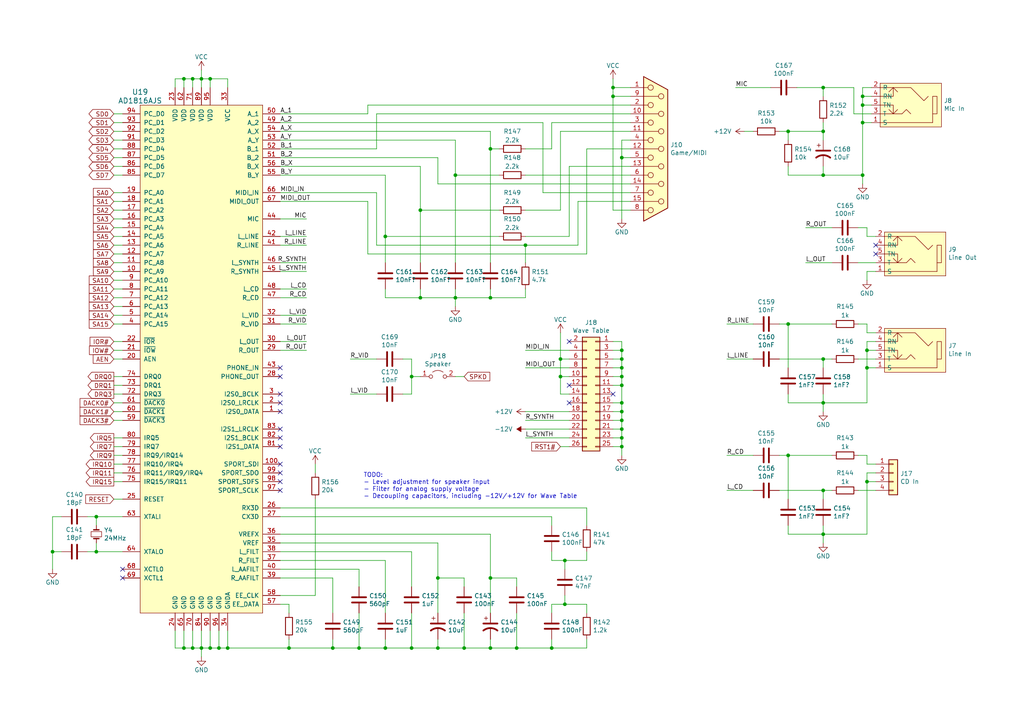
<source format=kicad_sch>
(kicad_sch (version 20211123) (generator eeschema)
  (paper "A4")
  (title_block (title "486 Sandy River Motherboard"))
  (lib_symbols
    (symbol "Connector:DB15_Female" (pin_names (offset 1.016) hide)
      (property "Reference" "J" (at 0.508 21.59 0))
      (property "Value" "DB15_Female" (at 0 -22.225 0))
      (symbol "DB15_Female_1_1"
        (pin passive line (at -7.62 17.78 0) (length 3.81) (name "1") (number "1"))
        (pin passive line (at -7.62 10.16 0) (length 3.81) (name "P10") (number "10"))
        (pin passive line (at -7.62 5.08 0) (length 3.81) (name "P111") (number "11"))
        (pin passive line (at -7.62 0 0) (length 3.81) (name "P12") (number "12"))
        (pin passive line (at -7.62 -5.08 0) (length 3.81) (name "P13") (number "13"))
        (pin passive line (at -7.62 -10.16 0) (length 3.81) (name "P14") (number "14"))
        (pin passive line (at -7.62 -15.24 0) (length 3.81) (name "P15") (number "15"))
        (pin passive line (at -7.62 12.7 0) (length 3.81) (name "2") (number "2"))
        (pin passive line (at -7.62 7.62 0) (length 3.81) (name "3") (number "3"))
        (pin passive line (at -7.62 2.54 0) (length 3.81) (name "4") (number "4"))
        (pin passive line (at -7.62 -2.54 0) (length 3.81) (name "5") (number "5"))
        (pin passive line (at -7.62 -7.62 0) (length 3.81) (name "6") (number "6"))
        (pin passive line (at -7.62 -12.7 0) (length 3.81) (name "7") (number "7"))
        (pin passive line (at -7.62 -17.78 0) (length 3.81) (name "8") (number "8"))
        (pin passive line (at -7.62 15.24 0) (length 3.81) (name "P9") (number "9"))
      )
    )
    (symbol "Connector_Generic:Conn_01x04" (pin_names (offset 1.016) hide)
      (property "Reference" "J" (at 0 5.08 0))
      (property "Value" "Conn_01x04" (at 0 -7.62 0))
      (symbol "Conn_01x04_1_1"
        (pin passive line (at -5.08 2.54 0) (length 3.81) (name "Pin_1") (number "1"))
        (pin passive line (at -5.08 0 0) (length 3.81) (name "Pin_2") (number "2"))
        (pin passive line (at -5.08 -2.54 0) (length 3.81) (name "Pin_3") (number "3"))
        (pin passive line (at -5.08 -5.08 0) (length 3.81) (name "Pin_4") (number "4"))
      )
    )
    (symbol "Connector_Generic:Conn_02x13_Odd_Even" (pin_names (offset 1.016) hide)
      (property "Reference" "J" (at 1.27 17.78 0))
      (property "Value" "Conn_02x13_Odd_Even" (at 1.27 -17.78 0))
      (symbol "Conn_02x13_Odd_Even_1_1"
        (pin passive line (at -5.08 15.24 0) (length 3.81) (name "Pin_1") (number "1"))
        (pin passive line (at 7.62 5.08 180) (length 3.81) (name "Pin_10") (number "10"))
        (pin passive line (at -5.08 2.54 0) (length 3.81) (name "Pin_11") (number "11"))
        (pin passive line (at 7.62 2.54 180) (length 3.81) (name "Pin_12") (number "12"))
        (pin passive line (at -5.08 0 0) (length 3.81) (name "Pin_13") (number "13"))
        (pin passive line (at 7.62 0 180) (length 3.81) (name "Pin_14") (number "14"))
        (pin passive line (at -5.08 -2.54 0) (length 3.81) (name "Pin_15") (number "15"))
        (pin passive line (at 7.62 -2.54 180) (length 3.81) (name "Pin_16") (number "16"))
        (pin passive line (at -5.08 -5.08 0) (length 3.81) (name "Pin_17") (number "17"))
        (pin passive line (at 7.62 -5.08 180) (length 3.81) (name "Pin_18") (number "18"))
        (pin passive line (at -5.08 -7.62 0) (length 3.81) (name "Pin_19") (number "19"))
        (pin passive line (at 7.62 15.24 180) (length 3.81) (name "Pin_2") (number "2"))
        (pin passive line (at 7.62 -7.62 180) (length 3.81) (name "Pin_20") (number "20"))
        (pin passive line (at -5.08 -10.16 0) (length 3.81) (name "Pin_21") (number "21"))
        (pin passive line (at 7.62 -10.16 180) (length 3.81) (name "Pin_22") (number "22"))
        (pin passive line (at -5.08 -12.7 0) (length 3.81) (name "Pin_23") (number "23"))
        (pin passive line (at 7.62 -12.7 180) (length 3.81) (name "Pin_24") (number "24"))
        (pin passive line (at -5.08 -15.24 0) (length 3.81) (name "Pin_25") (number "25"))
        (pin passive line (at 7.62 -15.24 180) (length 3.81) (name "Pin_26") (number "26"))
        (pin passive line (at -5.08 12.7 0) (length 3.81) (name "Pin_3") (number "3"))
        (pin passive line (at 7.62 12.7 180) (length 3.81) (name "Pin_4") (number "4"))
        (pin passive line (at -5.08 10.16 0) (length 3.81) (name "Pin_5") (number "5"))
        (pin passive line (at 7.62 10.16 180) (length 3.81) (name "Pin_6") (number "6"))
        (pin passive line (at -5.08 7.62 0) (length 3.81) (name "Pin_7") (number "7"))
        (pin passive line (at 7.62 7.62 180) (length 3.81) (name "Pin_8") (number "8"))
        (pin passive line (at -5.08 5.08 0) (length 3.81) (name "Pin_9") (number "9"))
      )
    )
    (symbol "Device:C" (pin_numbers hide) (pin_names (offset 0.254))
      (property "Reference" "C" (at 0.635 2.54 0))
      (property "Value" "C" (at 0.635 -2.54 0))
      (symbol "C_1_1"
        (pin passive line (at 0 3.81 270) (length 2.794) (name "~") (number "1"))
        (pin passive line (at 0 -3.81 90) (length 2.794) (name "~") (number "2"))
      )
    )
    (symbol "Device:CP1" (pin_numbers hide) (pin_names (offset 0.254) hide)
      (property "Reference" "C" (at 0.635 2.54 0))
      (property "Value" "Device_CP1" (at 0.635 -2.54 0))
      (symbol "CP1_1_1"
        (pin passive line (at 0 3.81 270) (length 2.794) (name "~") (number "1"))
        (pin passive line (at 0 -3.81 90) (length 3.302) (name "~") (number "2"))
      )
    )
    (symbol "Device:Crystal_Small" (pin_numbers hide) (pin_names (offset 1.016) hide)
      (property "Reference" "Y" (at 0 2.54 0))
      (property "Value" "Crystal_Small" (at 0 -2.54 0))
      (symbol "Crystal_Small_1_1"
        (pin passive line (at -2.54 0 0) (length 1.27) (name "1") (number "1"))
        (pin passive line (at 2.54 0 180) (length 1.27) (name "2") (number "2"))
      )
    )
    (symbol "Device:R" (pin_numbers hide) (pin_names (offset 0))
      (property "Reference" "R" (at 2.032 0 90))
      (property "Value" "R" (at 0 0 90))
      (symbol "R_1_1"
        (pin passive line (at 0 3.81 270) (length 1.27) (name "~") (number "1"))
        (pin passive line (at 0 -3.81 90) (length 1.27) (name "~") (number "2"))
      )
    )
    (symbol "Jumper:Jumper_2_Open" (pin_names (offset 0) hide)
      (property "Reference" "JP" (at 0 2.794 0))
      (property "Value" "Jumper_2_Open" (at 0 -2.286 0))
      (symbol "Jumper_2_Open_1_1"
        (pin passive line (at -5.08 0 0) (length 2.54) (name "A") (number "1"))
        (pin passive line (at 5.08 0 180) (length 2.54) (name "B") (number "2"))
      )
    )
    (symbol "my_components:AD1816AJS" (pin_names (offset 1.016))
      (property "Reference" "U" (at -17.78 54.61 0))
      (property "Value" "AD1816AJS" (at -17.78 52.07 0))
      (symbol "AD1816AJS_1_1"
        (pin input line (at 22.86 -38.1 180) (length 5.08) (name "I2S0_DATA") (number "1"))
        (pin input line (at -22.86 2.54 0) (length 5.08) (name "PC_A9") (number "10"))
        (pin input line (at 22.86 -53.34 180) (length 5.08) (name "SPORT_SDI") (number "100"))
        (pin input line (at -22.86 5.08 0) (length 5.08) (name "PC_A8") (number "11"))
        (pin input line (at -22.86 7.62 0) (length 5.08) (name "PC_A7") (number "12"))
        (pin input line (at -22.86 10.16 0) (length 5.08) (name "PC_A6") (number "13"))
        (pin input line (at -22.86 12.7 0) (length 5.08) (name "PC_A5") (number "14"))
        (pin input line (at -22.86 15.24 0) (length 5.08) (name "PC_A4") (number "15"))
        (pin input line (at -22.86 17.78 0) (length 5.08) (name "PC_A3") (number "16"))
        (pin input line (at -22.86 20.32 0) (length 5.08) (name "PC_A2") (number "17"))
        (pin input line (at -22.86 22.86 0) (length 5.08) (name "PC_A1") (number "18"))
        (pin input line (at -22.86 25.4 0) (length 5.08) (name "PC_A0") (number "19"))
        (pin input line (at 22.86 -35.56 180) (length 5.08) (name "I2S0_LRCLK") (number "2"))
        (pin input line (at -22.86 -22.86 0) (length 5.08) (name "AEN") (number "20"))
        (pin input line (at -22.86 -20.32 0) (length 5.08) (name "~{IOW}") (number "21"))
        (pin input line (at -22.86 -17.78 0) (length 5.08) (name "~{IOR}") (number "22"))
        (pin power_in line (at -7.62 55.88 270) (length 5.08) (name "VDD") (number "23"))
        (pin power_in line (at -7.62 -101.6 90) (length 5.08) (name "GND") (number "24"))
        (pin input line (at -22.86 -63.5 0) (length 5.08) (name "RESET") (number "25"))
        (pin output line (at 22.86 -66.04 180) (length 5.08) (name "RX3D") (number "26"))
        (pin input line (at 22.86 -68.58 180) (length 5.08) (name "CX3D") (number "27"))
        (pin output line (at 22.86 -27.94 180) (length 5.08) (name "PHONE_OUT") (number "28"))
        (pin output line (at 22.86 -20.32 180) (length 5.08) (name "R_OUT") (number "29"))
        (pin input line (at 22.86 -33.02 180) (length 5.08) (name "I2S0_BCLK") (number "3"))
        (pin output line (at 22.86 -17.78 180) (length 5.08) (name "L_OUT") (number "30"))
        (pin input line (at 22.86 -12.7 180) (length 5.08) (name "R_VID") (number "31"))
        (pin input line (at 22.86 -10.16 180) (length 5.08) (name "L_VID") (number "32"))
        (pin power_in line (at 7.62 55.88 270) (length 5.08) (name "VCC") (number "33"))
        (pin power_in line (at 7.62 -101.6 90) (length 5.08) (name "GNDA") (number "34"))
        (pin input line (at 22.86 -76.2 180) (length 5.08) (name "VREF") (number "35"))
        (pin output line (at 22.86 -73.66 180) (length 5.08) (name "VREFX") (number "36"))
        (pin input line (at 22.86 -81.28 180) (length 5.08) (name "R_FILT") (number "37"))
        (pin input line (at 22.86 -78.74 180) (length 5.08) (name "L_FILT") (number "38"))
        (pin input line (at 22.86 -86.36 180) (length 5.08) (name "R_AAFILT") (number "39"))
        (pin input line (at -22.86 -12.7 0) (length 5.08) (name "PC_A15") (number "4"))
        (pin input line (at 22.86 -83.82 180) (length 5.08) (name "L_AAFILT") (number "40"))
        (pin input line (at 22.86 10.16 180) (length 5.08) (name "R_LINE") (number "41"))
        (pin input line (at 22.86 12.7 180) (length 5.08) (name "L_LINE") (number "42"))
        (pin input line (at 22.86 -25.4 180) (length 5.08) (name "PHONE_IN") (number "43"))
        (pin input line (at 22.86 17.78 180) (length 5.08) (name "MIC") (number "44"))
        (pin input line (at 22.86 2.54 180) (length 5.08) (name "R_SYNTH") (number "45"))
        (pin input line (at 22.86 5.08 180) (length 5.08) (name "L_SYNTH") (number "46"))
        (pin input line (at 22.86 -5.08 180) (length 5.08) (name "R_CD") (number "47"))
        (pin input line (at 22.86 -2.54 180) (length 5.08) (name "L_CD") (number "48"))
        (pin input line (at 22.86 45.72 180) (length 5.08) (name "A_2") (number "49"))
        (pin input line (at -22.86 -10.16 0) (length 5.08) (name "PC_A14") (number "5"))
        (pin input line (at 22.86 48.26 180) (length 5.08) (name "A_1") (number "50"))
        (pin input line (at 22.86 35.56 180) (length 5.08) (name "B_2") (number "51"))
        (pin input line (at 22.86 38.1 180) (length 5.08) (name "B_1") (number "52"))
        (pin input line (at 22.86 40.64 180) (length 5.08) (name "A_Y") (number "53"))
        (pin input line (at 22.86 43.18 180) (length 5.08) (name "A_X") (number "54"))
        (pin input line (at 22.86 30.48 180) (length 5.08) (name "B_Y") (number "55"))
        (pin input line (at 22.86 33.02 180) (length 5.08) (name "B_X") (number "56"))
        (pin bidirectional line (at 22.86 -93.98 180) (length 5.08) (name "EE_DATA") (number "57"))
        (pin output line (at 22.86 -91.44 180) (length 5.08) (name "EE_CLK") (number "58"))
        (pin input line (at -22.86 -40.64 0) (length 5.08) (name "~{DACK3}") (number "59"))
        (pin input line (at -22.86 -7.62 0) (length 5.08) (name "PC_A13") (number "6"))
        (pin input line (at -22.86 -38.1 0) (length 5.08) (name "~{DACK1}") (number "60"))
        (pin input line (at -22.86 -35.56 0) (length 5.08) (name "~{DACK0}") (number "61"))
        (pin power_in line (at -5.08 55.88 270) (length 5.08) (name "VDD") (number "62"))
        (pin input line (at -22.86 -68.58 0) (length 5.08) (name "XTALI") (number "63"))
        (pin output line (at -22.86 -78.74 0) (length 5.08) (name "XTALO") (number "64"))
        (pin power_in line (at -5.08 -101.6 90) (length 5.08) (name "GND") (number "65"))
        (pin input line (at 22.86 25.4 180) (length 5.08) (name "MIDI_IN") (number "66"))
        (pin output line (at 22.86 22.86 180) (length 5.08) (name "MIDI_OUT") (number "67"))
        (pin open_collector line (at -22.86 -83.82 0) (length 5.08) (name "XCTL0") (number "68"))
        (pin open_collector line (at -22.86 -86.36 0) (length 5.08) (name "XCTL1") (number "69"))
        (pin input line (at -22.86 -5.08 0) (length 5.08) (name "PC_A12") (number "7"))
        (pin power_in line (at -2.54 -101.6 90) (length 5.08) (name "GND") (number "70"))
        (pin power_in line (at -2.54 55.88 270) (length 5.08) (name "VDD") (number "71"))
        (pin open_collector line (at -22.86 -33.02 0) (length 5.08) (name "DRQ3") (number "72"))
        (pin open_collector line (at -22.86 -30.48 0) (length 5.08) (name "DRQ1") (number "73"))
        (pin open_collector line (at -22.86 -27.94 0) (length 5.08) (name "DRQ0") (number "74"))
        (pin open_collector line (at -22.86 -58.42 0) (length 5.08) (name "IRQ15/IRQ11") (number "75"))
        (pin open_collector line (at -22.86 -55.88 0) (length 5.08) (name "IRQ11/IRQ9/IRQ4") (number "76"))
        (pin open_collector line (at -22.86 -53.34 0) (length 5.08) (name "IRQ10/IRQ4") (number "77"))
        (pin open_collector line (at -22.86 -50.8 0) (length 5.08) (name "IRQ9/IRQ14") (number "78"))
        (pin open_collector line (at -22.86 -48.26 0) (length 5.08) (name "IRQ7") (number "79"))
        (pin input line (at -22.86 -2.54 0) (length 5.08) (name "PC_A11") (number "8"))
        (pin open_collector line (at -22.86 -45.72 0) (length 5.08) (name "IRQ5") (number "80"))
        (pin input line (at 22.86 -48.26 180) (length 5.08) (name "I2S1_DATA") (number "81"))
        (pin input line (at 22.86 -45.72 180) (length 5.08) (name "I2S1_BCLK") (number "82"))
        (pin input line (at 22.86 -43.18 180) (length 5.08) (name "I2S1_LRCLK") (number "83"))
        (pin power_in line (at 0 -101.6 90) (length 5.08) (name "GND") (number "84"))
        (pin tri_state line (at -22.86 30.48 0) (length 5.08) (name "PC_D7") (number "85"))
        (pin tri_state line (at -22.86 33.02 0) (length 5.08) (name "PC_D6") (number "86"))
        (pin tri_state line (at -22.86 35.56 0) (length 5.08) (name "PC_D5") (number "87"))
        (pin tri_state line (at -22.86 38.1 0) (length 5.08) (name "PC_D4") (number "88"))
        (pin power_in line (at 0 55.88 270) (length 5.08) (name "VDD") (number "89"))
        (pin input line (at -22.86 0 0) (length 5.08) (name "PC_A10") (number "9"))
        (pin power_in line (at 2.54 -101.6 90) (length 5.08) (name "GND") (number "90"))
        (pin tri_state line (at -22.86 40.64 0) (length 5.08) (name "PC_D3") (number "91"))
        (pin tri_state line (at -22.86 43.18 0) (length 5.08) (name "PC_D2") (number "92"))
        (pin tri_state line (at -22.86 45.72 0) (length 5.08) (name "PC_D1") (number "93"))
        (pin tri_state line (at -22.86 48.26 0) (length 5.08) (name "PC_D0") (number "94"))
        (pin power_in line (at 2.54 55.88 270) (length 5.08) (name "VDD") (number "95"))
        (pin power_in line (at 5.08 -101.6 90) (length 5.08) (name "GND") (number "96"))
        (pin output line (at 22.86 -60.96 180) (length 5.08) (name "SPORT_SCLK") (number "97"))
        (pin output line (at 22.86 -58.42 180) (length 5.08) (name "SPORT_SDFS") (number "98"))
        (pin output line (at 22.86 -55.88 180) (length 5.08) (name "SPORT_SDO") (number "99"))
      )
    )
    (symbol "my_components:JACK_TRS_5PINS" (pin_names (offset 0.762))
      (property "Reference" "P" (at 0 7.62 0))
      (property "Value" "JACK_TRS_5PINS" (at 0 -7.62 0))
      (symbol "JACK_TRS_5PINS_1_1"
        (pin passive line (at 11.43 -5.08 180) (length 2.54) (name "S") (number "1"))
        (pin passive line (at 11.43 5.08 180) (length 2.54) (name "R") (number "2"))
        (pin passive line (at 11.43 -2.54 180) (length 2.54) (name "T") (number "3"))
        (pin passive line (at 11.43 2.54 180) (length 2.54) (name "RN") (number "4"))
        (pin passive line (at 11.43 0 180) (length 2.54) (name "TN") (number "5"))
      )
    )
    (symbol "power:+12V" (power) (pin_names (offset 0))
      (property "Value" "+12V" (at 0 3.556 0))
      (symbol "+12V_1_1"
        (pin power_in line (at 0 0 90) (length 0) hide (name "+12V") (number "1"))
      )
    )
    (symbol "power:-12V" (power) (pin_names (offset 0))
      (property "Value" "-12V" (at 0 3.81 0))
      (symbol "-12V_0_0"
        (pin power_in line (at 0 0 90) (length 0) hide (name "-12V") (number "1"))
      )
    )
    (symbol "power:GND" (power) (pin_names (offset 0))
      (property "Value" "GND" (at 0 -3.81 0))
      (symbol "GND_1_1"
        (pin power_in line (at 0 0 270) (length 0) hide (name "GND") (number "1"))
      )
    )
    (symbol "power:VCC" (power) (pin_names (offset 0))
      (property "Value" "VCC" (at 0 3.81 0))
      (symbol "VCC_1_1"
        (pin power_in line (at 0 0 90) (length 0) hide (name "VCC") (number "1"))
      )
    )
  )
  (junction (at 83.82 187.96))
  (junction (at 55.88 22.86))
  (junction (at 111.76 187.96))
  (junction (at 27.94 160.02))
  (junction (at 142.24 86.36))
  (junction (at 238.76 38.1))
  (junction (at 251.46 106.68))
  (junction (at 63.5 187.96))
  (junction (at 55.88 187.96))
  (junction (at 15.24 160.02))
  (junction (at 180.34 119.38))
  (junction (at 177.8 25.4))
  (junction (at 163.83 175.26))
  (junction (at 180.34 121.92))
  (junction (at 180.34 104.14))
  (junction (at 238.76 154.94))
  (junction (at 180.34 116.84))
  (junction (at 238.76 116.84))
  (junction (at 53.34 187.96))
  (junction (at 104.14 187.96))
  (junction (at 58.42 22.86))
  (junction (at 162.56 104.14))
  (junction (at 111.76 68.58))
  (junction (at 121.92 86.36))
  (junction (at 142.24 167.64))
  (junction (at 96.52 187.96))
  (junction (at 66.04 187.96))
  (junction (at 58.42 187.96))
  (junction (at 27.94 149.86))
  (junction (at 142.24 43.18))
  (junction (at 251.46 139.7))
  (junction (at 127 187.96))
  (junction (at 250.19 50.8))
  (junction (at 177.8 27.94))
  (junction (at 60.96 187.96))
  (junction (at 228.6 132.08))
  (junction (at 60.96 22.86))
  (junction (at 160.02 187.96))
  (junction (at 238.76 25.4))
  (junction (at 180.34 124.46))
  (junction (at 251.46 101.6))
  (junction (at 163.83 162.56))
  (junction (at 180.34 127))
  (junction (at 149.86 187.96))
  (junction (at 134.62 187.96))
  (junction (at 180.34 101.6))
  (junction (at 142.24 187.96))
  (junction (at 121.92 60.96))
  (junction (at 162.56 109.22))
  (junction (at 119.38 109.22))
  (junction (at 180.34 109.22))
  (junction (at 238.76 104.14))
  (junction (at 180.34 111.76))
  (junction (at 180.34 45.72))
  (junction (at 132.08 50.8))
  (junction (at 180.34 129.54))
  (junction (at 250.19 30.48))
  (junction (at 238.76 142.24))
  (junction (at 250.19 35.56))
  (junction (at 238.76 50.8))
  (junction (at 127 167.64))
  (junction (at 250.19 27.94))
  (junction (at 228.6 93.98))
  (junction (at 119.38 187.96))
  (junction (at 53.34 22.86))
  (junction (at 180.34 106.68))
  (junction (at 132.08 86.36))
  (junction (at 152.4 71.12))
  (junction (at 228.6 38.1))
  (no_connect (at 165.1 99.06))
  (no_connect (at 81.28 119.38))
  (no_connect (at 165.1 116.84))
  (no_connect (at 35.56 165.1))
  (no_connect (at 254 73.66))
  (no_connect (at 81.28 142.24))
  (no_connect (at 35.56 167.64))
  (no_connect (at 81.28 114.3))
  (no_connect (at 254 71.12))
  (no_connect (at 81.28 106.68))
  (no_connect (at 165.1 111.76))
  (no_connect (at 81.28 116.84))
  (no_connect (at 81.28 137.16))
  (no_connect (at 81.28 134.62))
  (no_connect (at 81.28 139.7))
  (no_connect (at 177.8 114.3))
  (no_connect (at 81.28 129.54))
  (no_connect (at 81.28 124.46))
  (no_connect (at 81.28 109.22))
  (no_connect (at 81.28 127))
  (wire (pts (xy 160.02 160.02) (xy 160.02 162.56)))
  (wire (pts (xy 33.02 58.42) (xy 35.56 58.42)))
  (wire (pts (xy 142.24 86.36) (xy 152.4 86.36)))
  (wire (pts (xy 96.52 187.96) (xy 104.14 187.96)))
  (wire (pts (xy 238.76 116.84) (xy 238.76 119.38)))
  (wire (pts (xy 132.08 109.22) (xy 134.62 109.22)))
  (wire (pts (xy 160.02 187.96) (xy 149.86 187.96)))
  (wire (pts (xy 152.4 71.12) (xy 152.4 76.2)))
  (wire (pts (xy 111.76 50.8) (xy 111.76 68.58)))
  (wire (pts (xy 254 96.52) (xy 251.46 96.52)))
  (wire (pts (xy 170.18 43.18) (xy 182.88 43.18)))
  (wire (pts (xy 109.22 114.3) (xy 101.6 114.3)))
  (wire (pts (xy 55.88 22.86) (xy 58.42 22.86)))
  (wire (pts (xy 177.8 119.38) (xy 180.34 119.38)))
  (wire (pts (xy 180.34 45.72) (xy 180.34 63.5)))
  (wire (pts (xy 228.6 50.8) (xy 228.6 48.26)))
  (wire (pts (xy 111.76 86.36) (xy 121.92 86.36)))
  (wire (pts (xy 160.02 43.18) (xy 160.02 35.56)))
  (wire (pts (xy 238.76 48.26) (xy 238.76 50.8)))
  (wire (pts (xy 60.96 22.86) (xy 60.96 25.4)))
  (wire (pts (xy 81.28 149.86) (xy 160.02 149.86)))
  (wire (pts (xy 254 142.24) (xy 248.92 142.24)))
  (wire (pts (xy 81.28 35.56) (xy 157.48 35.56)))
  (wire (pts (xy 111.76 162.56) (xy 111.76 177.8)))
  (wire (pts (xy 254 101.6) (xy 251.46 101.6)))
  (wire (pts (xy 96.52 167.64) (xy 96.52 177.8)))
  (wire (pts (xy 33.02 33.02) (xy 35.56 33.02)))
  (wire (pts (xy 165.1 127) (xy 152.4 127)))
  (wire (pts (xy 170.18 175.26) (xy 170.18 177.8)))
  (wire (pts (xy 238.76 25.4) (xy 247.65 25.4)))
  (wire (pts (xy 250.19 30.48) (xy 250.19 27.94)))
  (wire (pts (xy 170.18 73.66) (xy 170.18 43.18)))
  (wire (pts (xy 251.46 66.04) (xy 248.92 66.04)))
  (wire (pts (xy 127 157.48) (xy 127 167.64)))
  (wire (pts (xy 104.14 165.1) (xy 104.14 170.18)))
  (wire (pts (xy 182.88 30.48) (xy 106.68 30.48)))
  (wire (pts (xy 27.94 160.02) (xy 27.94 157.48)))
  (wire (pts (xy 58.42 182.88) (xy 58.42 187.96)))
  (wire (pts (xy 254 139.7) (xy 251.46 139.7)))
  (wire (pts (xy 119.38 187.96) (xy 127 187.96)))
  (wire (pts (xy 81.28 165.1) (xy 104.14 165.1)))
  (wire (pts (xy 132.08 40.64) (xy 132.08 50.8)))
  (wire (pts (xy 177.8 27.94) (xy 177.8 60.96)))
  (wire (pts (xy 127 45.72) (xy 127 53.34)))
  (wire (pts (xy 162.56 96.52) (xy 162.56 104.14)))
  (wire (pts (xy 247.65 33.02) (xy 252.73 33.02)))
  (wire (pts (xy 33.02 144.78) (xy 35.56 144.78)))
  (wire (pts (xy 60.96 182.88) (xy 60.96 187.96)))
  (wire (pts (xy 109.22 104.14) (xy 101.6 104.14)))
  (wire (pts (xy 157.48 35.56) (xy 157.48 55.88)))
  (wire (pts (xy 251.46 96.52) (xy 251.46 93.98)))
  (wire (pts (xy 170.18 147.32) (xy 81.28 147.32)))
  (wire (pts (xy 60.96 22.86) (xy 66.04 22.86)))
  (wire (pts (xy 142.24 154.94) (xy 142.24 167.64)))
  (wire (pts (xy 25.4 149.86) (xy 27.94 149.86)))
  (wire (pts (xy 165.1 121.92) (xy 152.4 121.92)))
  (wire (pts (xy 121.92 48.26) (xy 121.92 60.96)))
  (wire (pts (xy 15.24 149.86) (xy 17.78 149.86)))
  (wire (pts (xy 149.86 187.96) (xy 149.86 177.8)))
  (wire (pts (xy 81.28 40.64) (xy 132.08 40.64)))
  (wire (pts (xy 81.28 63.5) (xy 88.9 63.5)))
  (wire (pts (xy 81.28 101.6) (xy 88.9 101.6)))
  (wire (pts (xy 228.6 93.98) (xy 241.3 93.98)))
  (wire (pts (xy 218.44 93.98) (xy 210.82 93.98)))
  (wire (pts (xy 25.4 160.02) (xy 27.94 160.02)))
  (wire (pts (xy 177.8 101.6) (xy 180.34 101.6)))
  (wire (pts (xy 142.24 43.18) (xy 142.24 76.2)))
  (wire (pts (xy 111.76 187.96) (xy 119.38 187.96)))
  (wire (pts (xy 33.02 81.28) (xy 35.56 81.28)))
  (wire (pts (xy 55.88 22.86) (xy 55.88 25.4)))
  (wire (pts (xy 27.94 149.86) (xy 27.94 152.4)))
  (wire (pts (xy 60.96 187.96) (xy 63.5 187.96)))
  (wire (pts (xy 163.83 162.56) (xy 170.18 162.56)))
  (wire (pts (xy 81.28 58.42) (xy 106.68 58.42)))
  (wire (pts (xy 132.08 50.8) (xy 144.78 50.8)))
  (wire (pts (xy 81.28 93.98) (xy 88.9 93.98)))
  (wire (pts (xy 33.02 78.74) (xy 35.56 78.74)))
  (wire (pts (xy 104.14 187.96) (xy 111.76 187.96)))
  (wire (pts (xy 142.24 187.96) (xy 149.86 187.96)))
  (wire (pts (xy 238.76 152.4) (xy 238.76 154.94)))
  (wire (pts (xy 27.94 160.02) (xy 35.56 160.02)))
  (wire (pts (xy 121.92 109.22) (xy 119.38 109.22)))
  (wire (pts (xy 228.6 132.08) (xy 241.3 132.08)))
  (wire (pts (xy 111.76 68.58) (xy 111.76 76.2)))
  (wire (pts (xy 33.02 121.92) (xy 35.56 121.92)))
  (wire (pts (xy 58.42 187.96) (xy 58.42 190.5)))
  (wire (pts (xy 109.22 33.02) (xy 182.88 33.02)))
  (wire (pts (xy 33.02 66.04) (xy 35.56 66.04)))
  (wire (pts (xy 149.86 167.64) (xy 149.86 170.18)))
  (wire (pts (xy 238.76 154.94) (xy 238.76 157.48)))
  (wire (pts (xy 254 76.2) (xy 248.92 76.2)))
  (wire (pts (xy 127 167.64) (xy 127 177.8)))
  (wire (pts (xy 180.34 111.76) (xy 180.34 116.84)))
  (wire (pts (xy 177.8 25.4) (xy 177.8 27.94)))
  (wire (pts (xy 177.8 104.14) (xy 180.34 104.14)))
  (wire (pts (xy 152.4 43.18) (xy 160.02 43.18)))
  (wire (pts (xy 177.8 129.54) (xy 180.34 129.54)))
  (wire (pts (xy 177.8 25.4) (xy 177.8 22.86)))
  (wire (pts (xy 127 187.96) (xy 134.62 187.96)))
  (wire (pts (xy 162.56 129.54) (xy 165.1 129.54)))
  (wire (pts (xy 182.88 25.4) (xy 177.8 25.4)))
  (wire (pts (xy 127 185.42) (xy 127 187.96)))
  (wire (pts (xy 33.02 50.8) (xy 35.56 50.8)))
  (wire (pts (xy 15.24 160.02) (xy 15.24 149.86)))
  (wire (pts (xy 33.02 86.36) (xy 35.56 86.36)))
  (wire (pts (xy 163.83 175.26) (xy 170.18 175.26)))
  (wire (pts (xy 33.02 73.66) (xy 35.56 73.66)))
  (wire (pts (xy 33.02 99.06) (xy 35.56 99.06)))
  (wire (pts (xy 33.02 109.22) (xy 35.56 109.22)))
  (wire (pts (xy 132.08 50.8) (xy 132.08 76.2)))
  (wire (pts (xy 251.46 106.68) (xy 251.46 116.84)))
  (wire (pts (xy 152.4 60.96) (xy 162.56 60.96)))
  (wire (pts (xy 180.34 121.92) (xy 180.34 124.46)))
  (wire (pts (xy 127 167.64) (xy 134.62 167.64)))
  (wire (pts (xy 167.64 58.42) (xy 167.64 71.12)))
  (wire (pts (xy 254 78.74) (xy 251.46 78.74)))
  (wire (pts (xy 177.8 60.96) (xy 182.88 60.96)))
  (wire (pts (xy 33.02 38.1) (xy 35.56 38.1)))
  (wire (pts (xy 121.92 83.82) (xy 121.92 86.36)))
  (wire (pts (xy 162.56 104.14) (xy 165.1 104.14)))
  (wire (pts (xy 63.5 182.88) (xy 63.5 187.96)))
  (wire (pts (xy 228.6 114.3) (xy 228.6 116.84)))
  (wire (pts (xy 83.82 185.42) (xy 83.82 187.96)))
  (wire (pts (xy 55.88 182.88) (xy 55.88 187.96)))
  (wire (pts (xy 83.82 175.26) (xy 83.82 177.8)))
  (wire (pts (xy 81.28 50.8) (xy 111.76 50.8)))
  (wire (pts (xy 33.02 119.38) (xy 35.56 119.38)))
  (wire (pts (xy 251.46 68.58) (xy 251.46 66.04)))
  (wire (pts (xy 160.02 175.26) (xy 163.83 175.26)))
  (wire (pts (xy 119.38 109.22) (xy 119.38 114.3)))
  (wire (pts (xy 33.02 68.58) (xy 35.56 68.58)))
  (wire (pts (xy 250.19 27.94) (xy 252.73 27.94)))
  (wire (pts (xy 111.76 185.42) (xy 111.76 187.96)))
  (wire (pts (xy 58.42 25.4) (xy 58.42 22.86)))
  (wire (pts (xy 119.38 160.02) (xy 119.38 170.18)))
  (wire (pts (xy 111.76 83.82) (xy 111.76 86.36)))
  (wire (pts (xy 111.76 68.58) (xy 144.78 68.58)))
  (wire (pts (xy 177.8 116.84) (xy 180.34 116.84)))
  (wire (pts (xy 58.42 22.86) (xy 60.96 22.86)))
  (wire (pts (xy 58.42 22.86) (xy 58.42 20.32)))
  (wire (pts (xy 83.82 187.96) (xy 66.04 187.96)))
  (wire (pts (xy 251.46 134.62) (xy 251.46 132.08)))
  (wire (pts (xy 170.18 187.96) (xy 170.18 185.42)))
  (wire (pts (xy 241.3 142.24) (xy 238.76 142.24)))
  (wire (pts (xy 160.02 185.42) (xy 160.02 187.96)))
  (wire (pts (xy 228.6 38.1) (xy 238.76 38.1)))
  (wire (pts (xy 81.28 172.72) (xy 91.44 172.72)))
  (wire (pts (xy 17.78 160.02) (xy 15.24 160.02)))
  (wire (pts (xy 81.28 83.82) (xy 88.9 83.82)))
  (wire (pts (xy 81.28 48.26) (xy 121.92 48.26)))
  (wire (pts (xy 180.34 129.54) (xy 180.34 132.08)))
  (wire (pts (xy 177.8 109.22) (xy 180.34 109.22)))
  (wire (pts (xy 81.28 55.88) (xy 109.22 55.88)))
  (wire (pts (xy 182.88 58.42) (xy 167.64 58.42)))
  (wire (pts (xy 250.19 25.4) (xy 252.73 25.4)))
  (wire (pts (xy 160.02 149.86) (xy 160.02 152.4)))
  (wire (pts (xy 238.76 116.84) (xy 251.46 116.84)))
  (wire (pts (xy 250.19 30.48) (xy 250.19 35.56)))
  (wire (pts (xy 165.1 68.58) (xy 165.1 48.26)))
  (wire (pts (xy 177.8 121.92) (xy 180.34 121.92)))
  (wire (pts (xy 254 99.06) (xy 251.46 99.06)))
  (wire (pts (xy 109.22 71.12) (xy 109.22 55.88)))
  (wire (pts (xy 228.6 93.98) (xy 228.6 106.68)))
  (wire (pts (xy 251.46 101.6) (xy 251.46 106.68)))
  (wire (pts (xy 250.19 27.94) (xy 250.19 25.4)))
  (wire (pts (xy 33.02 71.12) (xy 35.56 71.12)))
  (wire (pts (xy 33.02 139.7) (xy 35.56 139.7)))
  (wire (pts (xy 53.34 187.96) (xy 55.88 187.96)))
  (wire (pts (xy 15.24 160.02) (xy 15.24 165.1)))
  (wire (pts (xy 238.76 25.4) (xy 238.76 27.94)))
  (wire (pts (xy 238.76 114.3) (xy 238.76 116.84)))
  (wire (pts (xy 177.8 27.94) (xy 182.88 27.94)))
  (wire (pts (xy 238.76 35.56) (xy 238.76 38.1)))
  (wire (pts (xy 241.3 66.04) (xy 233.68 66.04)))
  (wire (pts (xy 96.52 187.96) (xy 83.82 187.96)))
  (wire (pts (xy 81.28 86.36) (xy 88.9 86.36)))
  (wire (pts (xy 180.34 124.46) (xy 180.34 127)))
  (wire (pts (xy 226.06 38.1) (xy 228.6 38.1)))
  (wire (pts (xy 165.1 106.68) (xy 152.4 106.68)))
  (wire (pts (xy 170.18 152.4) (xy 170.18 147.32)))
  (wire (pts (xy 165.1 119.38) (xy 152.4 119.38)))
  (wire (pts (xy 170.18 162.56) (xy 170.18 160.02)))
  (wire (pts (xy 180.34 106.68) (xy 180.34 109.22)))
  (wire (pts (xy 81.28 38.1) (xy 142.24 38.1)))
  (wire (pts (xy 33.02 43.18) (xy 35.56 43.18)))
  (wire (pts (xy 252.73 35.56) (xy 250.19 35.56)))
  (wire (pts (xy 33.02 111.76) (xy 35.56 111.76)))
  (wire (pts (xy 157.48 55.88) (xy 182.88 55.88)))
  (wire (pts (xy 160.02 162.56) (xy 163.83 162.56)))
  (wire (pts (xy 251.46 99.06) (xy 251.46 101.6)))
  (wire (pts (xy 165.1 101.6) (xy 152.4 101.6)))
  (wire (pts (xy 152.4 50.8) (xy 182.88 50.8)))
  (wire (pts (xy 152.4 86.36) (xy 152.4 83.82)))
  (wire (pts (xy 33.02 63.5) (xy 35.56 63.5)))
  (wire (pts (xy 81.28 45.72) (xy 127 45.72)))
  (wire (pts (xy 142.24 38.1) (xy 142.24 43.18)))
  (wire (pts (xy 238.76 38.1) (xy 238.76 40.64)))
  (wire (pts (xy 50.8 182.88) (xy 50.8 187.96)))
  (wire (pts (xy 218.44 132.08) (xy 210.82 132.08)))
  (wire (pts (xy 116.84 104.14) (xy 119.38 104.14)))
  (wire (pts (xy 251.46 78.74) (xy 251.46 81.28)))
  (wire (pts (xy 33.02 137.16) (xy 35.56 137.16)))
  (wire (pts (xy 33.02 55.88) (xy 35.56 55.88)))
  (wire (pts (xy 228.6 116.84) (xy 238.76 116.84)))
  (wire (pts (xy 134.62 187.96) (xy 134.62 177.8)))
  (wire (pts (xy 142.24 43.18) (xy 144.78 43.18)))
  (wire (pts (xy 160.02 177.8) (xy 160.02 175.26)))
  (wire (pts (xy 180.34 119.38) (xy 180.34 121.92)))
  (wire (pts (xy 218.44 104.14) (xy 210.82 104.14)))
  (wire (pts (xy 254 68.58) (xy 251.46 68.58)))
  (wire (pts (xy 162.56 60.96) (xy 162.56 38.1)))
  (wire (pts (xy 238.76 50.8) (xy 250.19 50.8)))
  (wire (pts (xy 132.08 86.36) (xy 142.24 86.36)))
  (wire (pts (xy 180.34 109.22) (xy 180.34 111.76)))
  (wire (pts (xy 163.83 175.26) (xy 163.83 172.72)))
  (wire (pts (xy 66.04 22.86) (xy 66.04 25.4)))
  (wire (pts (xy 162.56 109.22) (xy 165.1 109.22)))
  (wire (pts (xy 91.44 172.72) (xy 91.44 144.78)))
  (wire (pts (xy 81.28 167.64) (xy 96.52 167.64)))
  (wire (pts (xy 33.02 83.82) (xy 35.56 83.82)))
  (wire (pts (xy 132.08 86.36) (xy 132.08 88.9)))
  (wire (pts (xy 254 134.62) (xy 251.46 134.62)))
  (wire (pts (xy 247.65 25.4) (xy 247.65 33.02)))
  (wire (pts (xy 33.02 132.08) (xy 35.56 132.08)))
  (wire (pts (xy 106.68 73.66) (xy 170.18 73.66)))
  (wire (pts (xy 177.8 99.06) (xy 180.34 99.06)))
  (wire (pts (xy 152.4 71.12) (xy 109.22 71.12)))
  (wire (pts (xy 238.76 104.14) (xy 238.76 106.68)))
  (wire (pts (xy 165.1 124.46) (xy 152.4 124.46)))
  (wire (pts (xy 119.38 177.8) (xy 119.38 187.96)))
  (wire (pts (xy 226.06 93.98) (xy 228.6 93.98)))
  (wire (pts (xy 177.8 106.68) (xy 180.34 106.68)))
  (wire (pts (xy 228.6 40.64) (xy 228.6 38.1)))
  (wire (pts (xy 177.8 127) (xy 180.34 127)))
  (wire (pts (xy 254 104.14) (xy 248.92 104.14)))
  (wire (pts (xy 81.28 157.48) (xy 127 157.48)))
  (wire (pts (xy 33.02 129.54) (xy 35.56 129.54)))
  (wire (pts (xy 81.28 162.56) (xy 111.76 162.56)))
  (wire (pts (xy 218.44 142.24) (xy 210.82 142.24)))
  (wire (pts (xy 119.38 114.3) (xy 116.84 114.3)))
  (wire (pts (xy 248.92 93.98) (xy 251.46 93.98)))
  (wire (pts (xy 81.28 99.06) (xy 88.9 99.06)))
  (wire (pts (xy 81.28 91.44) (xy 88.9 91.44)))
  (wire (pts (xy 33.02 35.56) (xy 35.56 35.56)))
  (wire (pts (xy 33.02 116.84) (xy 35.56 116.84)))
  (wire (pts (xy 81.28 71.12) (xy 88.9 71.12)))
  (wire (pts (xy 180.34 127) (xy 180.34 129.54)))
  (wire (pts (xy 167.64 71.12) (xy 152.4 71.12)))
  (wire (pts (xy 182.88 45.72) (xy 180.34 45.72)))
  (wire (pts (xy 121.92 60.96) (xy 144.78 60.96)))
  (wire (pts (xy 33.02 104.14) (xy 35.56 104.14)))
  (wire (pts (xy 81.28 78.74) (xy 88.9 78.74)))
  (wire (pts (xy 162.56 38.1) (xy 182.88 38.1)))
  (wire (pts (xy 81.28 68.58) (xy 88.9 68.58)))
  (wire (pts (xy 251.46 137.16) (xy 251.46 139.7)))
  (wire (pts (xy 55.88 187.96) (xy 58.42 187.96)))
  (wire (pts (xy 180.34 101.6) (xy 180.34 104.14)))
  (wire (pts (xy 109.22 43.18) (xy 109.22 33.02)))
  (wire (pts (xy 142.24 185.42) (xy 142.24 187.96)))
  (wire (pts (xy 121.92 76.2) (xy 121.92 60.96)))
  (wire (pts (xy 238.76 142.24) (xy 226.06 142.24)))
  (wire (pts (xy 63.5 187.96) (xy 66.04 187.96)))
  (wire (pts (xy 33.02 48.26) (xy 35.56 48.26)))
  (wire (pts (xy 238.76 142.24) (xy 238.76 144.78)))
  (wire (pts (xy 228.6 152.4) (xy 228.6 154.94)))
  (wire (pts (xy 218.44 38.1) (xy 215.9 38.1)))
  (wire (pts (xy 91.44 137.16) (xy 91.44 134.62)))
  (wire (pts (xy 238.76 104.14) (xy 226.06 104.14)))
  (wire (pts (xy 142.24 167.64) (xy 149.86 167.64)))
  (wire (pts (xy 106.68 30.48) (xy 106.68 33.02)))
  (wire (pts (xy 250.19 35.56) (xy 250.19 50.8)))
  (wire (pts (xy 104.14 177.8) (xy 104.14 187.96)))
  (wire (pts (xy 142.24 167.64) (xy 142.24 177.8)))
  (wire (pts (xy 27.94 149.86) (xy 35.56 149.86)))
  (wire (pts (xy 121.92 86.36) (xy 132.08 86.36)))
  (wire (pts (xy 254 137.16) (xy 251.46 137.16)))
  (wire (pts (xy 33.02 101.6) (xy 35.56 101.6)))
  (wire (pts (xy 254 106.68) (xy 251.46 106.68)))
  (wire (pts (xy 33.02 91.44) (xy 35.56 91.44)))
  (wire (pts (xy 241.3 104.14) (xy 238.76 104.14)))
  (wire (pts (xy 241.3 76.2) (xy 233.68 76.2)))
  (wire (pts (xy 81.28 160.02) (xy 119.38 160.02)))
  (wire (pts (xy 252.73 30.48) (xy 250.19 30.48)))
  (wire (pts (xy 33.02 40.64) (xy 35.56 40.64)))
  (wire (pts (xy 33.02 134.62) (xy 35.56 134.62)))
  (wire (pts (xy 81.28 175.26) (xy 83.82 175.26)))
  (wire (pts (xy 33.02 127) (xy 35.56 127)))
  (wire (pts (xy 160.02 35.56) (xy 182.88 35.56)))
  (wire (pts (xy 223.52 25.4) (xy 213.36 25.4)))
  (wire (pts (xy 226.06 132.08) (xy 228.6 132.08)))
  (wire (pts (xy 177.8 124.46) (xy 180.34 124.46)))
  (wire (pts (xy 127 53.34) (xy 182.88 53.34)))
  (wire (pts (xy 182.88 40.64) (xy 180.34 40.64)))
  (wire (pts (xy 228.6 132.08) (xy 228.6 144.78)))
  (wire (pts (xy 238.76 25.4) (xy 231.14 25.4)))
  (wire (pts (xy 33.02 114.3) (xy 35.56 114.3)))
  (wire (pts (xy 106.68 58.42) (xy 106.68 73.66)))
  (wire (pts (xy 33.02 60.96) (xy 35.56 60.96)))
  (wire (pts (xy 162.56 104.14) (xy 162.56 109.22)))
  (wire (pts (xy 152.4 68.58) (xy 165.1 68.58)))
  (wire (pts (xy 81.28 43.18) (xy 109.22 43.18)))
  (wire (pts (xy 180.34 104.14) (xy 180.34 106.68)))
  (wire (pts (xy 132.08 83.82) (xy 132.08 86.36)))
  (wire (pts (xy 66.04 187.96) (xy 66.04 182.88)))
  (wire (pts (xy 162.56 114.3) (xy 165.1 114.3)))
  (wire (pts (xy 50.8 22.86) (xy 53.34 22.86)))
  (wire (pts (xy 162.56 109.22) (xy 162.56 114.3)))
  (wire (pts (xy 180.34 116.84) (xy 180.34 119.38)))
  (wire (pts (xy 228.6 154.94) (xy 238.76 154.94)))
  (wire (pts (xy 160.02 187.96) (xy 170.18 187.96)))
  (wire (pts (xy 50.8 187.96) (xy 53.34 187.96)))
  (wire (pts (xy 81.28 33.02) (xy 106.68 33.02)))
  (wire (pts (xy 53.34 25.4) (xy 53.34 22.86)))
  (wire (pts (xy 134.62 167.64) (xy 134.62 170.18)))
  (wire (pts (xy 58.42 187.96) (xy 60.96 187.96)))
  (wire (pts (xy 238.76 154.94) (xy 251.46 154.94)))
  (wire (pts (xy 134.62 187.96) (xy 142.24 187.96)))
  (wire (pts (xy 81.28 154.94) (xy 142.24 154.94)))
  (wire (pts (xy 180.34 45.72) (xy 180.34 40.64)))
  (wire (pts (xy 53.34 182.88) (xy 53.34 187.96)))
  (wire (pts (xy 33.02 45.72) (xy 35.56 45.72)))
  (wire (pts (xy 96.52 185.42) (xy 96.52 187.96)))
  (wire (pts (xy 251.46 139.7) (xy 251.46 154.94)))
  (wire (pts (xy 53.34 22.86) (xy 55.88 22.86)))
  (wire (pts (xy 250.19 53.34) (xy 250.19 50.8)))
  (wire (pts (xy 248.92 132.08) (xy 251.46 132.08)))
  (wire (pts (xy 142.24 83.82) (xy 142.24 86.36)))
  (wire (pts (xy 119.38 104.14) (xy 119.38 109.22)))
  (wire (pts (xy 163.83 162.56) (xy 163.83 165.1)))
  (wire (pts (xy 238.76 50.8) (xy 228.6 50.8)))
  (wire (pts (xy 33.02 88.9) (xy 35.56 88.9)))
  (wire (pts (xy 33.02 93.98) (xy 35.56 93.98)))
  (wire (pts (xy 50.8 25.4) (xy 50.8 22.86)))
  (wire (pts (xy 81.28 76.2) (xy 88.9 76.2)))
  (wire (pts (xy 165.1 48.26) (xy 182.88 48.26)))
  (wire (pts (xy 33.02 76.2) (xy 35.56 76.2)))
  (wire (pts (xy 180.34 99.06) (xy 180.34 101.6)))
  (wire (pts (xy 177.8 111.76) (xy 180.34 111.76)))
  (text "TODO:\n- Level adjustment for speaker input\n- Filter for analog supply voltage\n- Decoupling capacitors, including -12V/+12V for Wave Table" (at 105.41 144.78 0) (effects (font (size 1.27 1.27)) (justify left bottom)))
  (label "R_VID" (at 88.9 93.98 180))
  (label "L_CD" (at 88.9 83.82 180))
  (label "MIDI_OUT" (at 152.4 106.68 0))
  (label "A_2" (at 81.28 35.56 0))
  (label "R_SYNTH" (at 88.9 76.2 180))
  (label "L_VID" (at 101.6 114.3 0))
  (label "MIC" (at 88.9 63.5 180))
  (label "R_OUT" (at 233.68 66.04 0))
  (label "L_SYNTH" (at 88.9 78.74 180))
  (label "L_LINE" (at 88.9 68.58 180))
  (label "B_2" (at 81.28 45.72 0))
  (label "MIDI_IN" (at 152.4 101.6 0))
  (label "MIDI_IN" (at 81.28 55.88 0))
  (label "B_1" (at 81.28 43.18 0))
  (label "B_X" (at 81.28 48.26 0))
  (label "R_CD" (at 210.82 132.08 0))
  (label "L_CD" (at 210.82 142.24 0))
  (label "A_X" (at 81.28 38.1 0))
  (label "R_OUT" (at 88.9 101.6 180))
  (label "MIC" (at 213.36 25.4 0))
  (label "A_Y" (at 81.28 40.64 0))
  (label "L_OUT" (at 233.68 76.2 0))
  (label "L_OUT" (at 88.9 99.06 180))
  (label "B_Y" (at 81.28 50.8 0))
  (label "R_LINE" (at 88.9 71.12 180))
  (label "A_1" (at 81.28 33.02 0))
  (label "L_SYNTH" (at 152.4 127 0))
  (label "R_LINE" (at 210.82 93.98 0))
  (label "R_CD" (at 88.9 86.36 180))
  (label "R_VID" (at 101.6 104.14 0))
  (label "R_SYNTH" (at 152.4 121.92 0))
  (label "L_LINE" (at 210.82 104.14 0))
  (label "MIDI_OUT" (at 81.28 58.42 0))
  (label "L_VID" (at 88.9 91.44 180))
  (global_label "SA13" (shape input) (at 33.02 88.9 180) (property "Intersheet References" "${INTERSHEET_REFS}" (effects hide)))
  (global_label "SD3" (shape bidirectional) (at 33.02 40.64 180) (property "Intersheet References" "${INTERSHEET_REFS}" (effects hide)))
  (global_label "SA5" (shape input) (at 33.02 68.58 180) (property "Intersheet References" "${INTERSHEET_REFS}" (effects hide)))
  (global_label "IRQ10" (shape output) (at 33.02 134.62 180) (property "Intersheet References" "${INTERSHEET_REFS}" (effects hide)))
  (global_label "IRQ11" (shape output) (at 33.02 137.16 180) (property "Intersheet References" "${INTERSHEET_REFS}" (effects hide)))
  (global_label "AEN" (shape input) (at 33.02 104.14 180) (property "Intersheet References" "${INTERSHEET_REFS}" (effects hide)))
  (global_label "IRQ7" (shape output) (at 33.02 129.54 180) (property "Intersheet References" "${INTERSHEET_REFS}" (effects hide)))
  (global_label "RST1#" (shape input) (at 162.56 129.54 180) (property "Intersheet References" "${INTERSHEET_REFS}" (effects hide)))
  (global_label "SA14" (shape input) (at 33.02 91.44 180) (property "Intersheet References" "${INTERSHEET_REFS}" (effects hide)))
  (global_label "SD5" (shape bidirectional) (at 33.02 45.72 180) (property "Intersheet References" "${INTERSHEET_REFS}" (effects hide)))
  (global_label "SD1" (shape bidirectional) (at 33.02 35.56 180) (property "Intersheet References" "${INTERSHEET_REFS}" (effects hide)))
  (global_label "SA4" (shape input) (at 33.02 66.04 180) (property "Intersheet References" "${INTERSHEET_REFS}" (effects hide)))
  (global_label "IOR#" (shape input) (at 33.02 99.06 180) (property "Intersheet References" "${INTERSHEET_REFS}" (effects hide)))
  (global_label "SA6" (shape input) (at 33.02 71.12 180) (property "Intersheet References" "${INTERSHEET_REFS}" (effects hide)))
  (global_label "DACK3#" (shape input) (at 33.02 121.92 180) (property "Intersheet References" "${INTERSHEET_REFS}" (effects hide)))
  (global_label "SA1" (shape input) (at 33.02 58.42 180) (property "Intersheet References" "${INTERSHEET_REFS}" (effects hide)))
  (global_label "DRQ3" (shape output) (at 33.02 114.3 180) (property "Intersheet References" "${INTERSHEET_REFS}" (effects hide)))
  (global_label "SD2" (shape bidirectional) (at 33.02 38.1 180) (property "Intersheet References" "${INTERSHEET_REFS}" (effects hide)))
  (global_label "SA0" (shape input) (at 33.02 55.88 180) (property "Intersheet References" "${INTERSHEET_REFS}" (effects hide)))
  (global_label "SA10" (shape input) (at 33.02 81.28 180) (property "Intersheet References" "${INTERSHEET_REFS}" (effects hide)))
  (global_label "SA8" (shape input) (at 33.02 76.2 180) (property "Intersheet References" "${INTERSHEET_REFS}" (effects hide)))
  (global_label "SA11" (shape input) (at 33.02 83.82 180) (property "Intersheet References" "${INTERSHEET_REFS}" (effects hide)))
  (global_label "DRQ1" (shape output) (at 33.02 111.76 180) (property "Intersheet References" "${INTERSHEET_REFS}" (effects hide)))
  (global_label "SD7" (shape bidirectional) (at 33.02 50.8 180) (property "Intersheet References" "${INTERSHEET_REFS}" (effects hide)))
  (global_label "SA9" (shape input) (at 33.02 78.74 180) (property "Intersheet References" "${INTERSHEET_REFS}" (effects hide)))
  (global_label "SA3" (shape input) (at 33.02 63.5 180) (property "Intersheet References" "${INTERSHEET_REFS}" (effects hide)))
  (global_label "SA12" (shape input) (at 33.02 86.36 180) (property "Intersheet References" "${INTERSHEET_REFS}" (effects hide)))
  (global_label "DACK0#" (shape input) (at 33.02 116.84 180) (property "Intersheet References" "${INTERSHEET_REFS}" (effects hide)))
  (global_label "IRQ5" (shape output) (at 33.02 127 180) (property "Intersheet References" "${INTERSHEET_REFS}" (effects hide)))
  (global_label "RESET" (shape input) (at 33.02 144.78 180) (property "Intersheet References" "${INTERSHEET_REFS}" (effects hide)))
  (global_label "SA15" (shape input) (at 33.02 93.98 180) (property "Intersheet References" "${INTERSHEET_REFS}" (effects hide)))
  (global_label "SPKD" (shape input) (at 134.62 109.22 0) (property "Intersheet References" "${INTERSHEET_REFS}" (effects hide)))
  (global_label "SA7" (shape input) (at 33.02 73.66 180) (property "Intersheet References" "${INTERSHEET_REFS}" (effects hide)))
  (global_label "IRQ15" (shape output) (at 33.02 139.7 180) (property "Intersheet References" "${INTERSHEET_REFS}" (effects hide)))
  (global_label "SD6" (shape bidirectional) (at 33.02 48.26 180) (property "Intersheet References" "${INTERSHEET_REFS}" (effects hide)))
  (global_label "SA2" (shape input) (at 33.02 60.96 180) (property "Intersheet References" "${INTERSHEET_REFS}" (effects hide)))
  (global_label "IRQ9" (shape output) (at 33.02 132.08 180) (property "Intersheet References" "${INTERSHEET_REFS}" (effects hide)))
  (global_label "SD0" (shape bidirectional) (at 33.02 33.02 180) (property "Intersheet References" "${INTERSHEET_REFS}" (effects hide)))
  (global_label "DRQ0" (shape output) (at 33.02 109.22 180) (property "Intersheet References" "${INTERSHEET_REFS}" (effects hide)))
  (global_label "SD4" (shape bidirectional) (at 33.02 43.18 180) (property "Intersheet References" "${INTERSHEET_REFS}" (effects hide)))
  (global_label "DACK1#" (shape input) (at 33.02 119.38 180) (property "Intersheet References" "${INTERSHEET_REFS}" (effects hide)))
  (global_label "IOW#" (shape input) (at 33.02 101.6 180) (property "Intersheet References" "${INTERSHEET_REFS}" (effects hide)))
  (symbol (lib_id "my_components:AD1816AJS") (at 58.42 81.28 0) (unit 1)
    (property "Reference" "U19" (at 40.64 26.67 0) (effects (font (size 1.524 1.524))))
    (property "Value" "AD1816AJS" (at 40.64 29.21 0) (effects (font (size 1.524 1.524))))
  )
  (symbol (lib_id "power:VCC") (at 58.42 20.32 0) (unit 1)
    (property "Reference" "#PWR0401" (effects hide))
    (property "Value" "VCC" (at 58.42 16.51 0))
  )
  (symbol (lib_id "power:GND") (at 58.42 190.5 0) (unit 1)
    (property "Reference" "#PWR0402" (effects hide))
    (property "Value" "GND" (at 58.42 194.31 0))
  )
  (symbol (lib_id "Device:Crystal_Small") (at 27.94 154.94 270) (unit 1)
    (property "Reference" "Y4" (at 30.1752 153.7716 90) (effects (justify left)))
    (property "Value" "24MHz" (at 30.1752 156.083 90) (effects (justify left)))
  )
  (symbol (lib_id "Device:C") (at 21.59 149.86 270) (unit 1)
    (property "Reference" "C140" (at 21.59 143.4592 90))
    (property "Value" "18pF" (at 21.59 145.7706 90))
  )
  (symbol (lib_id "power:GND") (at 15.24 165.1 0) (unit 1)
    (property "Reference" "#PWR0403" (effects hide))
    (property "Value" "GND" (at 15.24 168.91 0))
  )
  (symbol (lib_id "Device:C") (at 21.59 160.02 270) (unit 1)
    (property "Reference" "C141" (at 21.59 153.6192 90))
    (property "Value" "18pF" (at 21.59 155.9306 90))
  )
  (symbol (lib_id "Device:CP1") (at 127 181.61 0) (unit 1)
    (property "Reference" "C142" (at 129.921 180.4416 0) (effects (justify left)))
    (property "Value" "10uF" (at 129.921 182.753 0) (effects (justify left)))
  )
  (symbol (lib_id "Device:C") (at 134.62 173.99 0) (unit 1)
    (property "Reference" "C143" (at 137.541 172.8216 0) (effects (justify left)))
    (property "Value" "100nF" (at 137.541 175.133 0) (effects (justify left)))
  )
  (symbol (lib_id "Device:CP1") (at 142.24 181.61 0) (unit 1)
    (property "Reference" "C144" (at 145.161 180.4416 0) (effects (justify left)))
    (property "Value" "10uF" (at 145.161 182.753 0) (effects (justify left)))
  )
  (symbol (lib_id "Device:C") (at 149.86 173.99 0) (unit 1)
    (property "Reference" "C145" (at 152.781 172.8216 0) (effects (justify left)))
    (property "Value" "100nF" (at 152.781 175.133 0) (effects (justify left)))
  )
  (symbol (lib_id "Device:C") (at 160.02 156.21 0) (unit 1)
    (property "Reference" "C146" (at 162.941 155.0416 0) (effects (justify left)))
    (property "Value" "100nF" (at 162.941 157.353 0) (effects (justify left)))
  )
  (symbol (lib_id "Device:R") (at 170.18 156.21 0) (unit 1)
    (property "Reference" "R141" (at 171.958 155.0416 0) (effects (justify left)))
    (property "Value" "47k" (at 171.958 157.353 0) (effects (justify left)))
  )
  (symbol (lib_id "Device:C") (at 163.83 168.91 0) (unit 1)
    (property "Reference" "C147" (at 166.751 167.7416 0) (effects (justify left)))
    (property "Value" "47nF" (at 166.751 170.053 0) (effects (justify left)))
  )
  (symbol (lib_id "Device:C") (at 160.02 181.61 0) (unit 1)
    (property "Reference" "C148" (at 162.941 180.4416 0) (effects (justify left)))
    (property "Value" "100nF" (at 162.941 182.753 0) (effects (justify left)))
  )
  (symbol (lib_id "Device:R") (at 170.18 181.61 0) (unit 1)
    (property "Reference" "R142" (at 171.958 180.4416 0) (effects (justify left)))
    (property "Value" "1.2k" (at 171.958 182.753 0) (effects (justify left)))
  )
  (symbol (lib_id "Device:C") (at 96.52 181.61 0) (unit 1)
    (property "Reference" "C149" (at 99.441 180.4416 0) (effects (justify left)))
    (property "Value" "560pF" (at 99.441 182.753 0) (effects (justify left)))
  )
  (symbol (lib_id "Device:C") (at 104.14 173.99 0) (unit 1)
    (property "Reference" "C150" (at 107.061 172.8216 0) (effects (justify left)))
    (property "Value" "560pF" (at 107.061 175.133 0) (effects (justify left)))
  )
  (symbol (lib_id "Device:C") (at 111.76 181.61 0) (unit 1)
    (property "Reference" "C151" (at 114.681 180.4416 0) (effects (justify left)))
    (property "Value" "1uF" (at 114.681 182.753 0) (effects (justify left)))
  )
  (symbol (lib_id "Device:C") (at 119.38 173.99 0) (unit 1)
    (property "Reference" "C152" (at 122.301 172.8216 0) (effects (justify left)))
    (property "Value" "1uF" (at 122.301 175.133 0) (effects (justify left)))
  )
  (symbol (lib_id "Connector_Generic:Conn_01x04") (at 259.08 137.16 0) (unit 1)
    (property "Reference" "J17" (at 261.112 137.3632 0) (effects (justify left)))
    (property "Value" "CD In" (at 261.112 139.6746 0) (effects (justify left)))
  )
  (symbol (lib_id "Device:R") (at 245.11 132.08 270) (unit 1)
    (property "Reference" "R143" (at 245.11 127 90))
    (property "Value" "1k" (at 245.11 129.54 90))
  )
  (symbol (lib_id "Device:R") (at 245.11 142.24 270) (unit 1)
    (property "Reference" "R144" (at 245.11 137.16 90))
    (property "Value" "1k" (at 245.11 139.7 90))
  )
  (symbol (lib_id "Device:C") (at 238.76 148.59 0) (unit 1)
    (property "Reference" "C154" (at 241.681 147.4216 0) (effects (justify left)))
    (property "Value" "1nF?" (at 241.681 149.733 0) (effects (justify left)))
  )
  (symbol (lib_id "Device:C") (at 228.6 148.59 0) (unit 1)
    (property "Reference" "C153" (at 231.521 147.4216 0) (effects (justify left)))
    (property "Value" "1nF?" (at 231.521 149.733 0) (effects (justify left)))
  )
  (symbol (lib_id "power:GND") (at 238.76 157.48 0) (unit 1)
    (property "Reference" "#PWR0404" (effects hide))
    (property "Value" "GND" (at 238.76 161.29 0))
  )
  (symbol (lib_id "Device:C") (at 222.25 132.08 270) (unit 1)
    (property "Reference" "C155" (at 222.25 125.6792 90))
    (property "Value" "10nF" (at 222.25 127.9906 90))
  )
  (symbol (lib_id "Device:C") (at 222.25 142.24 270) (unit 1)
    (property "Reference" "C156" (at 222.25 135.8392 90))
    (property "Value" "10nF" (at 222.25 138.1506 90))
  )
  (symbol (lib_id "my_components:JACK_TRS_5PINS") (at 265.43 101.6 0) (mirror y) (unit 1)
    (property "Reference" "J7" (at 275.0312 100.3046 0) (effects (justify right)))
    (property "Value" "Line In" (at 275.0312 102.616 0) (effects (justify right)))
  )
  (symbol (lib_id "Device:R") (at 245.11 93.98 270) (unit 1)
    (property "Reference" "R145" (at 245.11 88.9 90))
    (property "Value" "1k" (at 245.11 91.44 90))
  )
  (symbol (lib_id "Device:R") (at 245.11 104.14 270) (unit 1)
    (property "Reference" "R146" (at 245.11 99.06 90))
    (property "Value" "1k" (at 245.11 101.6 90))
  )
  (symbol (lib_id "Device:C") (at 238.76 110.49 0) (unit 1)
    (property "Reference" "C158" (at 241.681 109.3216 0) (effects (justify left)))
    (property "Value" "1nF?" (at 241.681 111.633 0) (effects (justify left)))
  )
  (symbol (lib_id "Device:C") (at 228.6 110.49 0) (unit 1)
    (property "Reference" "C157" (at 231.521 109.3216 0) (effects (justify left)))
    (property "Value" "1nF?" (at 231.521 111.633 0) (effects (justify left)))
  )
  (symbol (lib_id "power:GND") (at 238.76 119.38 0) (unit 1)
    (property "Reference" "#PWR0405" (effects hide))
    (property "Value" "GND" (at 238.76 123.19 0))
  )
  (symbol (lib_id "Device:C") (at 222.25 93.98 270) (unit 1)
    (property "Reference" "C159" (at 222.25 87.5792 90))
    (property "Value" "10nF" (at 222.25 89.8906 90))
  )
  (symbol (lib_id "Device:C") (at 222.25 104.14 270) (unit 1)
    (property "Reference" "C160" (at 222.25 97.7392 90))
    (property "Value" "10nF" (at 222.25 100.0506 90))
  )
  (symbol (lib_id "Connector:DB15_Female") (at 190.5 43.18 0) (unit 1)
    (property "Reference" "J10" (at 194.4116 42.0116 0) (effects (justify left)))
    (property "Value" "Game/MIDI" (at 194.4116 44.323 0) (effects (justify left)))
    (property "Datasheet" " ~" (effects hide))
  )
  (symbol (lib_id "my_components:JACK_TRS_5PINS") (at 264.16 30.48 0) (mirror y) (unit 1)
    (property "Reference" "J8" (at 273.7612 29.1846 0) (effects (justify right)))
    (property "Value" "Mic In" (at 273.7612 31.496 0) (effects (justify right)))
  )
  (symbol (lib_id "my_components:JACK_TRS_5PINS") (at 265.43 73.66 0) (mirror y) (unit 1)
    (property "Reference" "J9" (at 275.0312 72.3646 0) (effects (justify right)))
    (property "Value" "Line Out" (at 275.0312 74.676 0) (effects (justify right)))
  )
  (symbol (lib_id "power:VCC") (at 177.8 22.86 0) (unit 1)
    (property "Reference" "#PWR0406" (effects hide))
    (property "Value" "VCC" (at 177.8 19.05 0))
  )
  (symbol (lib_id "power:GND") (at 180.34 63.5 0) (unit 1)
    (property "Reference" "#PWR0407" (effects hide))
    (property "Value" "GND" (at 180.34 67.31 0))
  )
  (symbol (lib_id "Device:R") (at 148.59 43.18 270) (unit 1)
    (property "Reference" "R147" (at 148.59 38.1 90))
    (property "Value" "2.2k" (at 148.59 40.64 90))
  )
  (symbol (lib_id "Device:R") (at 148.59 50.8 270) (unit 1)
    (property "Reference" "R148" (at 148.59 45.72 90))
    (property "Value" "2.2k" (at 148.59 48.26 90))
  )
  (symbol (lib_id "Device:R") (at 148.59 60.96 270) (unit 1)
    (property "Reference" "R149" (at 148.59 55.88 90))
    (property "Value" "2.2k" (at 148.59 58.42 90))
  )
  (symbol (lib_id "Device:R") (at 148.59 68.58 270) (unit 1)
    (property "Reference" "R150" (at 148.59 63.5 90))
    (property "Value" "2.2k" (at 148.59 66.04 90))
  )
  (symbol (lib_id "Device:R") (at 152.4 80.01 0) (unit 1)
    (property "Reference" "R151" (at 154.178 78.8416 0) (effects (justify left)))
    (property "Value" "4.7k" (at 154.178 81.153 0) (effects (justify left)))
  )
  (symbol (lib_id "Device:C") (at 111.76 80.01 0) (unit 1)
    (property "Reference" "C161" (at 114.681 78.8416 0) (effects (justify left)))
    (property "Value" "10nF?" (at 114.681 81.153 0) (effects (justify left)))
  )
  (symbol (lib_id "Device:C") (at 121.92 80.01 0) (unit 1)
    (property "Reference" "C162" (at 124.841 78.8416 0) (effects (justify left)))
    (property "Value" "10nF?" (at 124.841 81.153 0) (effects (justify left)))
  )
  (symbol (lib_id "Device:C") (at 132.08 80.01 0) (unit 1)
    (property "Reference" "C163" (at 135.001 78.8416 0) (effects (justify left)))
    (property "Value" "10nF?" (at 135.001 81.153 0) (effects (justify left)))
  )
  (symbol (lib_id "Device:C") (at 142.24 80.01 0) (unit 1)
    (property "Reference" "C164" (at 145.161 78.8416 0) (effects (justify left)))
    (property "Value" "10nF?" (at 145.161 81.153 0) (effects (justify left)))
  )
  (symbol (lib_id "power:GND") (at 132.08 88.9 0) (unit 1)
    (property "Reference" "#PWR0408" (effects hide))
    (property "Value" "GND" (at 132.08 92.71 0))
  )
  (symbol (lib_id "Device:C") (at 245.11 66.04 270) (unit 1)
    (property "Reference" "C165" (at 245.11 59.6392 90))
    (property "Value" "100nF" (at 245.11 61.9506 90))
  )
  (symbol (lib_id "Device:C") (at 245.11 76.2 270) (unit 1)
    (property "Reference" "C166" (at 245.11 69.7992 90))
    (property "Value" "100nF" (at 245.11 72.1106 90))
  )
  (symbol (lib_id "power:GND") (at 251.46 81.28 0) (unit 1)
    (property "Reference" "#PWR0409" (effects hide))
    (property "Value" "GND" (at 251.46 85.09 0))
  )
  (symbol (lib_id "power:GND") (at 250.19 53.34 0) (unit 1)
    (property "Reference" "#PWR0410" (effects hide))
    (property "Value" "GND" (at 250.19 57.15 0))
  )
  (symbol (lib_id "Device:R") (at 238.76 31.75 0) (unit 1)
    (property "Reference" "R152" (at 240.538 30.5816 0) (effects (justify left)))
    (property "Value" "2.2k" (at 240.538 32.893 0) (effects (justify left)))
  )
  (symbol (lib_id "Device:C") (at 227.33 25.4 270) (unit 1)
    (property "Reference" "C167" (at 227.33 18.9992 90))
    (property "Value" "100nF" (at 227.33 21.3106 90))
  )
  (symbol (lib_id "Device:CP1") (at 238.76 44.45 0) (unit 1)
    (property "Reference" "C168" (at 241.681 43.2816 0) (effects (justify left)))
    (property "Value" "10uF" (at 241.681 45.593 0) (effects (justify left)))
  )
  (symbol (lib_id "Device:R") (at 222.25 38.1 270) (unit 1)
    (property "Reference" "R153" (at 222.25 32.8422 90))
    (property "Value" "10k" (at 222.25 35.1536 90))
  )
  (symbol (lib_id "Device:R") (at 228.6 44.45 0) (unit 1)
    (property "Reference" "R154" (at 230.378 43.2816 0) (effects (justify left)))
    (property "Value" "10k" (at 230.378 45.593 0) (effects (justify left)))
  )
  (symbol (lib_id "power:+12V") (at 215.9 38.1 90) (unit 1)
    (property "Reference" "#PWR0411" (effects hide))
    (property "Value" "+12V" (at 209.55 38.1 90))
  )
  (symbol (lib_id "Connector_Generic:Conn_02x13_Odd_Even") (at 172.72 114.3 0) (mirror y) (unit 1)
    (property "Reference" "J18" (at 171.45 93.5482 0))
    (property "Value" "Wave Table" (at 171.45 95.8596 0))
  )
  (symbol (lib_id "power:GND") (at 180.34 132.08 0) (unit 1)
    (property "Reference" "#PWR0412" (effects hide))
    (property "Value" "GND" (at 180.34 135.89 0))
  )
  (symbol (lib_id "power:VCC") (at 162.56 96.52 0) (unit 1)
    (property "Reference" "#PWR0413" (effects hide))
    (property "Value" "VCC" (at 162.56 92.71 0))
  )
  (symbol (lib_id "power:+12V") (at 152.4 119.38 90) (unit 1)
    (property "Reference" "#PWR0414" (effects hide))
    (property "Value" "+12V" (at 146.05 119.38 90))
  )
  (symbol (lib_id "power:-12V") (at 152.4 124.46 90) (unit 1)
    (property "Reference" "#PWR0415" (effects hide))
    (property "Value" "-12V" (at 146.05 124.46 90))
  )
  (symbol (lib_id "Device:R") (at 83.82 181.61 0) (unit 1)
    (property "Reference" "R155" (at 85.598 180.4416 0) (effects (justify left)))
    (property "Value" "20k" (at 85.598 182.753 0) (effects (justify left)))
  )
  (symbol (lib_id "Device:R") (at 91.44 140.97 0) (unit 1)
    (property "Reference" "R156" (at 93.218 139.8016 0) (effects (justify left)))
    (property "Value" "20k" (at 93.218 142.113 0) (effects (justify left)))
  )
  (symbol (lib_id "power:VCC") (at 91.44 134.62 0) (unit 1)
    (property "Reference" "#PWR0416" (effects hide))
    (property "Value" "VCC" (at 91.44 130.81 0))
  )
  (symbol (lib_id "Device:C") (at 113.03 104.14 270) (unit 1)
    (property "Reference" "C169" (at 113.03 97.7392 90))
    (property "Value" "10nF" (at 113.03 100.0506 90))
  )
  (symbol (lib_id "Device:C") (at 113.03 114.3 270) (unit 1)
    (property "Reference" "C170" (at 113.03 107.8992 90))
    (property "Value" "10nF" (at 113.03 110.2106 90))
  )
  (symbol (lib_id "Jumper:Jumper_2_Open") (at 127 109.22 0) (unit 1)
    (property "Reference" "JP18" (at 127 103.251 0))
    (property "Value" "Speaker" (at 127 105.5624 0))
  )
)
</source>
